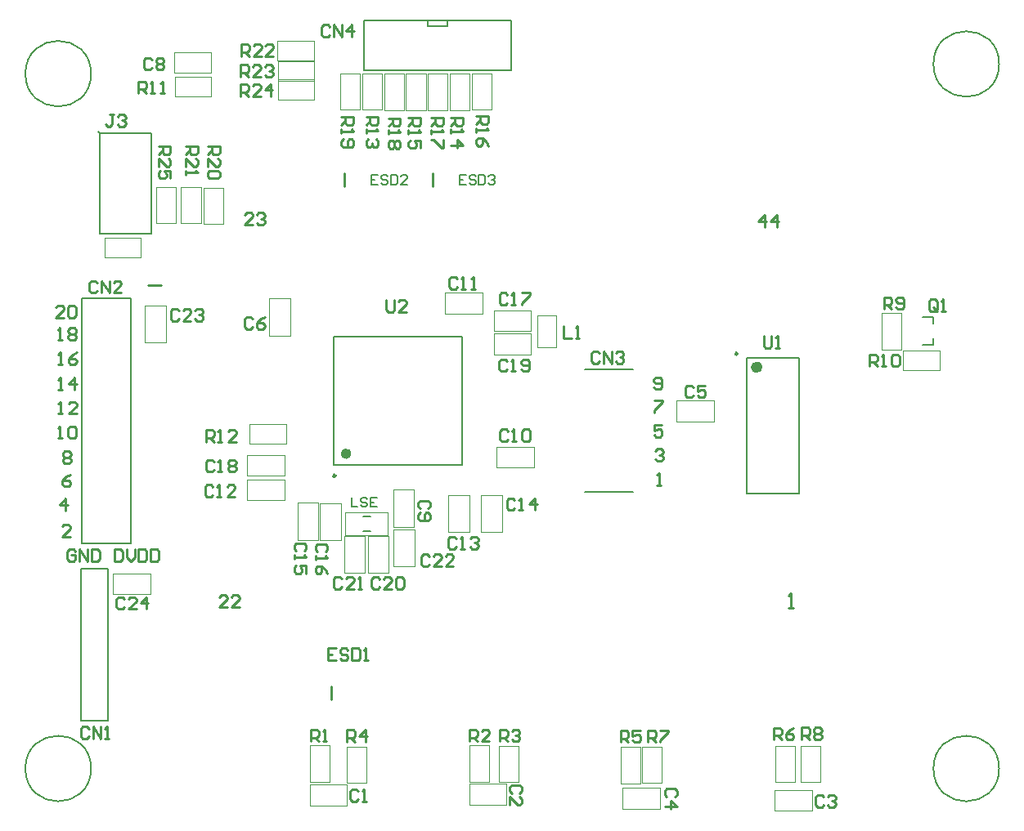
<source format=gto>
G04*
G04 #@! TF.GenerationSoftware,Altium Limited,Altium Designer,24.4.1 (13)*
G04*
G04 Layer_Color=65535*
%FSLAX44Y44*%
%MOMM*%
G71*
G04*
G04 #@! TF.SameCoordinates,FF2F9DB4-C514-40A0-8A38-6625478132A2*
G04*
G04*
G04 #@! TF.FilePolarity,Positive*
G04*
G01*
G75*
%ADD10C,0.2000*%
%ADD11C,0.6000*%
%ADD12C,0.3000*%
%ADD13C,0.2500*%
%ADD14C,0.0500*%
%ADD15C,0.2540*%
%ADD16C,0.1500*%
%ADD17C,0.1000*%
%ADD18C,0.1524*%
D10*
X94000Y780000D02*
G03*
X94000Y780000I-34000J0D01*
G01*
Y60000D02*
G03*
X94000Y60000I-34000J0D01*
G01*
X1034000Y790000D02*
G03*
X1034000Y790000I-34000J0D01*
G01*
Y60000D02*
G03*
X1034000Y60000I-34000J0D01*
G01*
X83530Y109360D02*
X111470D01*
X83530D02*
Y266840D01*
X111470Y109360D02*
Y266840D01*
X83530D02*
X111470D01*
X103030Y614080D02*
X156370D01*
X103030Y718220D02*
X156370D01*
Y614080D02*
Y718220D01*
X103030Y614080D02*
Y718220D01*
X103200Y718150D02*
X103450D01*
X101450Y719900D02*
X103200Y718150D01*
X528500Y783926D02*
Y834826D01*
X376350D02*
X528500D01*
X376350Y783926D02*
Y834826D01*
Y783926D02*
X528500D01*
X345500Y374776D02*
Y507776D01*
X478500D01*
Y374776D02*
Y507776D01*
X345500Y374776D02*
X478500D01*
X135400Y547000D02*
X135400Y293000D01*
X84600D02*
X135400D01*
X84600Y547000D02*
X135400D01*
X84600Y293000D02*
Y547000D01*
X773000Y344776D02*
X827000D01*
X773000Y485776D02*
X827000D01*
Y344776D02*
Y485776D01*
X773000Y344776D02*
Y485776D01*
X375250Y321276D02*
X383250D01*
X375250Y306276D02*
X383250D01*
X604850Y473776D02*
X655150D01*
X604850Y346776D02*
X655150D01*
X363421Y340998D02*
Y331002D01*
X370085D01*
X380082Y339332D02*
X378416Y340998D01*
X375084D01*
X373418Y339332D01*
Y337666D01*
X375084Y336000D01*
X378416D01*
X380082Y334334D01*
Y332668D01*
X378416Y331002D01*
X375084D01*
X373418Y332668D01*
X390079Y340998D02*
X383414D01*
Y331002D01*
X390079D01*
X383414Y336000D02*
X386747D01*
X482095Y675330D02*
X475431D01*
Y665334D01*
X482095D01*
X475431Y670332D02*
X478763D01*
X492092Y673664D02*
X490426Y675330D01*
X487094D01*
X485427Y673664D01*
Y671998D01*
X487094Y670332D01*
X490426D01*
X492092Y668666D01*
Y667000D01*
X490426Y665334D01*
X487094D01*
X485427Y667000D01*
X495424Y675330D02*
Y665334D01*
X500423D01*
X502089Y667000D01*
Y673664D01*
X500423Y675330D01*
X495424D01*
X505421Y673664D02*
X507087Y675330D01*
X510419D01*
X512085Y673664D01*
Y671998D01*
X510419Y670332D01*
X508753D01*
X510419D01*
X512085Y668666D01*
Y667000D01*
X510419Y665334D01*
X507087D01*
X505421Y667000D01*
X391085Y675202D02*
X384421D01*
Y665206D01*
X391085D01*
X384421Y670204D02*
X387753D01*
X401082Y673536D02*
X399416Y675202D01*
X396083D01*
X394417Y673536D01*
Y671870D01*
X396083Y670204D01*
X399416D01*
X401082Y668538D01*
Y666872D01*
X399416Y665206D01*
X396083D01*
X394417Y666872D01*
X404414Y675202D02*
Y665206D01*
X409412D01*
X411079Y666872D01*
Y673536D01*
X409412Y675202D01*
X404414D01*
X421075Y665206D02*
X414411D01*
X421075Y671870D01*
Y673536D01*
X419409Y675202D01*
X416077D01*
X414411Y673536D01*
D11*
X360500Y386276D02*
G03*
X360500Y386276I-2500J0D01*
G01*
X786000Y475776D02*
G03*
X786000Y475776I-3000J0D01*
G01*
D12*
X347000Y363276D02*
G03*
X347000Y363276I-1000J0D01*
G01*
D13*
X763250Y489776D02*
G03*
X763250Y489776I-1250J0D01*
G01*
X261331Y623500D02*
X253000D01*
X261331Y631831D01*
Y633913D01*
X259248Y635996D01*
X255083D01*
X253000Y633913D01*
X265496D02*
X267579Y635996D01*
X271744D01*
X273827Y633913D01*
Y631831D01*
X271744Y629748D01*
X269661D01*
X271744D01*
X273827Y627665D01*
Y625583D01*
X271744Y623500D01*
X267579D01*
X265496Y625583D01*
X791248Y620750D02*
Y633246D01*
X785000Y626998D01*
X793331D01*
X803744Y620750D02*
Y633246D01*
X797496Y626998D01*
X805827D01*
X235081Y227276D02*
X226750D01*
X235081Y235607D01*
Y237689D01*
X232998Y239772D01*
X228833D01*
X226750Y237689D01*
X247577Y227276D02*
X239246D01*
X247577Y235607D01*
Y237689D01*
X245494Y239772D01*
X241329D01*
X239246Y237689D01*
X677500Y441522D02*
X685831D01*
Y439439D01*
X677500Y431109D01*
Y429026D01*
X676500Y455109D02*
X678583Y453026D01*
X682748D01*
X684831Y455109D01*
Y463439D01*
X682748Y465522D01*
X678583D01*
X676500Y463439D01*
Y461357D01*
X678583Y459274D01*
X684831D01*
X678000Y389189D02*
X680083Y391272D01*
X684248D01*
X686331Y389189D01*
Y387107D01*
X684248Y385024D01*
X682165D01*
X684248D01*
X686331Y382941D01*
Y380859D01*
X684248Y378776D01*
X680083D01*
X678000Y380859D01*
X685081Y416022D02*
X676750D01*
Y409774D01*
X680915Y411857D01*
X682998D01*
X685081Y409774D01*
Y405609D01*
X682998Y403526D01*
X678833D01*
X676750Y405609D01*
X77831Y285189D02*
X75748Y287272D01*
X71583D01*
X69500Y285189D01*
Y276859D01*
X71583Y274776D01*
X75748D01*
X77831Y276859D01*
Y281024D01*
X73665D01*
X81996Y274776D02*
Y287272D01*
X90327Y274776D01*
Y287272D01*
X94492D02*
Y274776D01*
X100740D01*
X102823Y276859D01*
Y285189D01*
X100740Y287272D01*
X94492D01*
X118250D02*
Y274776D01*
X124498D01*
X126581Y276859D01*
Y285189D01*
X124498Y287272D01*
X118250D01*
X130746D02*
Y278941D01*
X134911Y274776D01*
X139077Y278941D01*
Y287272D01*
X143242D02*
Y274776D01*
X149490D01*
X151573Y276859D01*
Y285189D01*
X149490Y287272D01*
X143242D01*
X155738D02*
Y274776D01*
X161986D01*
X164069Y276859D01*
Y285189D01*
X161986Y287272D01*
X155738D01*
X72331Y300276D02*
X64000D01*
X72331Y308607D01*
Y310689D01*
X70248Y312772D01*
X66083D01*
X64000Y310689D01*
X64750Y386689D02*
X66833Y388772D01*
X70998D01*
X73081Y386689D01*
Y384607D01*
X70998Y382524D01*
X73081Y380441D01*
Y378359D01*
X70998Y376276D01*
X66833D01*
X64750Y378359D01*
Y380441D01*
X66833Y382524D01*
X64750Y384607D01*
Y386689D01*
X66833Y382524D02*
X70998D01*
X72581Y364772D02*
X68415Y362689D01*
X64250Y358524D01*
Y354359D01*
X66333Y352276D01*
X70498D01*
X72581Y354359D01*
Y356441D01*
X70498Y358524D01*
X64250D01*
X67748Y327026D02*
Y339522D01*
X61500Y333274D01*
X69831D01*
X60250Y452526D02*
X64415D01*
X62333D01*
Y465022D01*
X60250Y462939D01*
X76911Y452526D02*
Y465022D01*
X70663Y458774D01*
X78994D01*
X60250Y427526D02*
X64415D01*
X62333D01*
Y440022D01*
X60250Y437939D01*
X78994Y427526D02*
X70663D01*
X78994Y435857D01*
Y437939D01*
X76911Y440022D01*
X72746D01*
X70663Y437939D01*
X60250Y478776D02*
X64415D01*
X62333D01*
Y491272D01*
X60250Y489189D01*
X78994Y491272D02*
X74829Y489189D01*
X70663Y485024D01*
Y480859D01*
X72746Y478776D01*
X76911D01*
X78994Y480859D01*
Y482941D01*
X76911Y485024D01*
X70663D01*
X59750Y504026D02*
X63915D01*
X61833D01*
Y516522D01*
X59750Y514439D01*
X70163D02*
X72246Y516522D01*
X76411D01*
X78494Y514439D01*
Y512357D01*
X76411Y510274D01*
X78494Y508191D01*
Y506109D01*
X76411Y504026D01*
X72246D01*
X70163Y506109D01*
Y508191D01*
X72246Y510274D01*
X70163Y512357D01*
Y514439D01*
X72246Y510274D02*
X76411D01*
X65831Y527276D02*
X57500D01*
X65831Y535607D01*
Y537689D01*
X63748Y539772D01*
X59583D01*
X57500Y537689D01*
X69996D02*
X72079Y539772D01*
X76244D01*
X78327Y537689D01*
Y529359D01*
X76244Y527276D01*
X72079D01*
X69996Y529359D01*
Y537689D01*
X59750Y402276D02*
X63915D01*
X61833D01*
Y414772D01*
X59750Y412689D01*
X70163D02*
X72246Y414772D01*
X76411D01*
X78494Y412689D01*
Y404359D01*
X76411Y402276D01*
X72246D01*
X70163Y404359D01*
Y412689D01*
X679750Y353776D02*
X683915D01*
X681833D01*
Y366272D01*
X679750Y364189D01*
X249493Y798192D02*
Y810688D01*
X255741D01*
X257823Y808605D01*
Y804440D01*
X255741Y802357D01*
X249493D01*
X253658D02*
X257823Y798192D01*
X270319D02*
X261989D01*
X270319Y806523D01*
Y808605D01*
X268237Y810688D01*
X264071D01*
X261989Y808605D01*
X282815Y798192D02*
X274485D01*
X282815Y806523D01*
Y808605D01*
X280733Y810688D01*
X276567D01*
X274485Y808605D01*
X248839Y776602D02*
Y789098D01*
X255087D01*
X257169Y787015D01*
Y782850D01*
X255087Y780767D01*
X248839D01*
X253004D02*
X257169Y776602D01*
X269665D02*
X261335D01*
X269665Y784933D01*
Y787015D01*
X267583Y789098D01*
X263417D01*
X261335Y787015D01*
X273831D02*
X275913Y789098D01*
X280079D01*
X282161Y787015D01*
Y784933D01*
X280079Y782850D01*
X277996D01*
X280079D01*
X282161Y780767D01*
Y778685D01*
X280079Y776602D01*
X275913D01*
X273831Y778685D01*
X163752Y704661D02*
X176248D01*
Y698413D01*
X174165Y696331D01*
X170000D01*
X167917Y698413D01*
Y704661D01*
Y700496D02*
X163752Y696331D01*
Y683835D02*
Y692165D01*
X172083Y683835D01*
X174165D01*
X176248Y685917D01*
Y690083D01*
X174165Y692165D01*
X176248Y671339D02*
Y679669D01*
X170000D01*
X172083Y675504D01*
Y673421D01*
X170000Y671339D01*
X165835D01*
X163752Y673421D01*
Y677587D01*
X165835Y679669D01*
X191752Y704579D02*
X204248D01*
Y698331D01*
X202165Y696248D01*
X198000D01*
X195917Y698331D01*
Y704579D01*
Y700413D02*
X191752Y696248D01*
Y683752D02*
Y692083D01*
X200083Y683752D01*
X202165D01*
X204248Y685835D01*
Y690000D01*
X202165Y692083D01*
X191752Y679587D02*
Y675421D01*
Y677504D01*
X204248D01*
X202165Y679587D01*
X214752Y704661D02*
X227248D01*
Y698413D01*
X225165Y696331D01*
X221000D01*
X218917Y698413D01*
Y704661D01*
Y700496D02*
X214752Y696331D01*
Y683835D02*
Y692165D01*
X223083Y683835D01*
X225165D01*
X227248Y685917D01*
Y690083D01*
X225165Y692165D01*
Y679669D02*
X227248Y677587D01*
Y673421D01*
X225165Y671339D01*
X216835D01*
X214752Y673421D01*
Y677587D01*
X216835Y679669D01*
X225165D01*
X91752Y101415D02*
X89669Y103498D01*
X85504D01*
X83421Y101415D01*
Y93085D01*
X85504Y91002D01*
X89669D01*
X91752Y93085D01*
X95917Y91002D02*
Y103498D01*
X104248Y91002D01*
Y103498D01*
X108413Y91002D02*
X112579D01*
X110496D01*
Y103498D01*
X108413Y101415D01*
X156917Y794415D02*
X154835Y796498D01*
X150669D01*
X148587Y794415D01*
Y786085D01*
X150669Y784002D01*
X154835D01*
X156917Y786085D01*
X161083Y794415D02*
X163165Y796498D01*
X167331D01*
X169413Y794415D01*
Y792333D01*
X167331Y790250D01*
X169413Y788167D01*
Y786085D01*
X167331Y784002D01*
X163165D01*
X161083Y786085D01*
Y788167D01*
X163165Y790250D01*
X161083Y792333D01*
Y794415D01*
X163165Y790250D02*
X167331D01*
X117417Y737748D02*
X113252D01*
X115335D01*
Y727335D01*
X113252Y725252D01*
X111169D01*
X109087Y727335D01*
X121583Y735665D02*
X123665Y737748D01*
X127831D01*
X129913Y735665D01*
Y733583D01*
X127831Y731500D01*
X125748D01*
X127831D01*
X129913Y729417D01*
Y727335D01*
X127831Y725252D01*
X123665D01*
X121583Y727335D01*
X128419Y235665D02*
X126337Y237748D01*
X122171D01*
X120089Y235665D01*
Y227335D01*
X122171Y225252D01*
X126337D01*
X128419Y227335D01*
X140915Y225252D02*
X132585D01*
X140915Y233583D01*
Y235665D01*
X138833Y237748D01*
X134667D01*
X132585Y235665D01*
X151329Y225252D02*
Y237748D01*
X145081Y231500D01*
X153411D01*
X524711Y481941D02*
X522628Y484024D01*
X518463D01*
X516380Y481941D01*
Y473611D01*
X518463Y471528D01*
X522628D01*
X524711Y473611D01*
X528876Y471528D02*
X533041D01*
X530959D01*
Y484024D01*
X528876Y481941D01*
X539289Y473611D02*
X541372Y471528D01*
X545537D01*
X547620Y473611D01*
Y481941D01*
X545537Y484024D01*
X541372D01*
X539289Y481941D01*
Y479859D01*
X541372Y477776D01*
X547620D01*
X532711Y338191D02*
X530628Y340274D01*
X526463D01*
X524380Y338191D01*
Y329861D01*
X526463Y327778D01*
X530628D01*
X532711Y329861D01*
X536876Y327778D02*
X541041D01*
X538959D01*
Y340274D01*
X536876Y338191D01*
X553537Y327778D02*
Y340274D01*
X547289Y334026D01*
X555620D01*
X399587Y545774D02*
Y535361D01*
X401669Y533278D01*
X405835D01*
X407917Y535361D01*
Y545774D01*
X420413Y533278D02*
X412083D01*
X420413Y541609D01*
Y543691D01*
X418331Y545774D01*
X414165D01*
X412083Y543691D01*
X620281Y490343D02*
X618199Y492426D01*
X614033D01*
X611951Y490343D01*
Y482013D01*
X614033Y479930D01*
X618199D01*
X620281Y482013D01*
X624447Y479930D02*
Y492426D01*
X632777Y479930D01*
Y492426D01*
X636943Y490343D02*
X639025Y492426D01*
X643191D01*
X645273Y490343D01*
Y488261D01*
X643191Y486178D01*
X641108D01*
X643191D01*
X645273Y484095D01*
Y482013D01*
X643191Y479930D01*
X639025D01*
X636943Y482013D01*
X800587Y89778D02*
Y102274D01*
X806835D01*
X808917Y100191D01*
Y96026D01*
X806835Y93943D01*
X800587D01*
X804752D02*
X808917Y89778D01*
X821413Y102274D02*
X817248Y100191D01*
X813083Y96026D01*
Y91861D01*
X815165Y89778D01*
X819331D01*
X821413Y91861D01*
Y93943D01*
X819331Y96026D01*
X813083D01*
X184923Y534283D02*
X182841Y536366D01*
X178675D01*
X176593Y534283D01*
Y525953D01*
X178675Y523870D01*
X182841D01*
X184923Y525953D01*
X197419Y523870D02*
X189089D01*
X197419Y532201D01*
Y534283D01*
X195337Y536366D01*
X191171D01*
X189089Y534283D01*
X201585D02*
X203667Y536366D01*
X207833D01*
X209915Y534283D01*
Y532201D01*
X207833Y530118D01*
X205750D01*
X207833D01*
X209915Y528035D01*
Y525953D01*
X207833Y523870D01*
X203667D01*
X201585Y525953D01*
X100419Y563415D02*
X98337Y565498D01*
X94171D01*
X92089Y563415D01*
Y555085D01*
X94171Y553002D01*
X98337D01*
X100419Y555085D01*
X104585Y553002D02*
Y565498D01*
X112915Y553002D01*
Y565498D01*
X125411Y553002D02*
X117081D01*
X125411Y561333D01*
Y563415D01*
X123329Y565498D01*
X119163D01*
X117081Y563415D01*
X142963Y759502D02*
Y771998D01*
X149211D01*
X151293Y769915D01*
Y765750D01*
X149211Y763667D01*
X142963D01*
X147128D02*
X151293Y759502D01*
X155459D02*
X159624D01*
X157541D01*
Y771998D01*
X155459Y769915D01*
X165872Y759502D02*
X170037D01*
X167955D01*
Y771998D01*
X165872Y769915D01*
X525565Y409571D02*
X523482Y411654D01*
X519317D01*
X517234Y409571D01*
Y401241D01*
X519317Y399158D01*
X523482D01*
X525565Y401241D01*
X529730Y399158D02*
X533895D01*
X531813D01*
Y411654D01*
X529730Y409571D01*
X540143D02*
X542226Y411654D01*
X546391D01*
X548474Y409571D01*
Y401241D01*
X546391Y399158D01*
X542226D01*
X540143Y401241D01*
Y409571D01*
X248731Y756790D02*
Y769286D01*
X254979D01*
X257061Y767203D01*
Y763038D01*
X254979Y760955D01*
X248731D01*
X252896D02*
X257061Y756790D01*
X269557D02*
X261227D01*
X269557Y765121D01*
Y767203D01*
X267475Y769286D01*
X263309D01*
X261227Y767203D01*
X279971Y756790D02*
Y769286D01*
X273723Y763038D01*
X282053D01*
X353007Y734896D02*
X365503D01*
Y728648D01*
X363420Y726565D01*
X359255D01*
X357172Y728648D01*
Y734896D01*
Y730731D02*
X353007Y726565D01*
Y722400D02*
Y718235D01*
Y720317D01*
X365503D01*
X363420Y722400D01*
X355090Y711987D02*
X353007Y709904D01*
Y705739D01*
X355090Y703656D01*
X363420D01*
X365503Y705739D01*
Y709904D01*
X363420Y711987D01*
X361338D01*
X359255Y709904D01*
Y703656D01*
X446252Y734376D02*
X458748D01*
Y728128D01*
X456665Y726045D01*
X452500D01*
X450417Y728128D01*
Y734376D01*
Y730211D02*
X446252Y726045D01*
Y721880D02*
Y717715D01*
Y719797D01*
X458748D01*
X456665Y721880D01*
X458748Y711467D02*
Y703136D01*
X456665D01*
X448335Y711467D01*
X446252D01*
X422476Y733994D02*
X434972D01*
Y727746D01*
X432889Y725664D01*
X428724D01*
X426641Y727746D01*
Y733994D01*
Y729829D02*
X422476Y725664D01*
Y721498D02*
Y717333D01*
Y719416D01*
X434972D01*
X432889Y721498D01*
X434972Y702754D02*
Y711085D01*
X428724D01*
X430807Y706920D01*
Y704837D01*
X428724Y702754D01*
X424559D01*
X422476Y704837D01*
Y709002D01*
X424559Y711085D01*
X492752Y736146D02*
X505248D01*
Y729898D01*
X503165Y727815D01*
X499000D01*
X496917Y729898D01*
Y736146D01*
Y731981D02*
X492752Y727815D01*
Y723650D02*
Y719485D01*
Y721567D01*
X505248D01*
X503165Y723650D01*
X505248Y704906D02*
X503165Y709071D01*
X499000Y713237D01*
X494835D01*
X492752Y711154D01*
Y706989D01*
X494835Y704906D01*
X496917D01*
X499000Y706989D01*
Y713237D01*
X401628Y733896D02*
X414124D01*
Y727648D01*
X412041Y725565D01*
X407876D01*
X405793Y727648D01*
Y733896D01*
Y729731D02*
X401628Y725565D01*
Y721400D02*
Y717235D01*
Y719317D01*
X414124D01*
X412041Y721400D01*
Y710987D02*
X414124Y708904D01*
Y704739D01*
X412041Y702656D01*
X409959D01*
X407876Y704739D01*
X405793Y702656D01*
X403711D01*
X401628Y704739D01*
Y708904D01*
X403711Y710987D01*
X405793D01*
X407876Y708904D01*
X409959Y710987D01*
X412041D01*
X407876Y708904D02*
Y704739D01*
X466566Y734646D02*
X479062D01*
Y728398D01*
X476979Y726315D01*
X472814D01*
X470731Y728398D01*
Y734646D01*
Y730481D02*
X466566Y726315D01*
Y722150D02*
Y717985D01*
Y720067D01*
X479062D01*
X476979Y722150D01*
X466566Y705489D02*
X479062D01*
X472814Y711737D01*
Y703406D01*
X378635Y735146D02*
X391131D01*
Y728898D01*
X389049Y726815D01*
X384883D01*
X382801Y728898D01*
Y735146D01*
Y730981D02*
X378635Y726815D01*
Y722650D02*
Y718485D01*
Y720567D01*
X391131D01*
X389049Y722650D01*
Y712237D02*
X391131Y710154D01*
Y705989D01*
X389049Y703906D01*
X386966D01*
X384883Y705989D01*
Y708071D01*
Y705989D01*
X382801Y703906D01*
X380718D01*
X378635Y705989D01*
Y710154D01*
X380718Y712237D01*
X212880Y398528D02*
Y411024D01*
X219128D01*
X221211Y408941D01*
Y404776D01*
X219128Y402693D01*
X212880D01*
X217045D02*
X221211Y398528D01*
X225376D02*
X229541D01*
X227459D01*
Y411024D01*
X225376Y408941D01*
X244120Y398528D02*
X235789D01*
X244120Y406859D01*
Y408941D01*
X242037Y411024D01*
X237872D01*
X235789Y408941D01*
X899630Y476778D02*
Y489274D01*
X905878D01*
X907961Y487191D01*
Y483026D01*
X905878Y480943D01*
X899630D01*
X903795D02*
X907961Y476778D01*
X912126D02*
X916291D01*
X914209D01*
Y489274D01*
X912126Y487191D01*
X922539D02*
X924622Y489274D01*
X928787D01*
X930870Y487191D01*
Y478861D01*
X928787Y476778D01*
X924622D01*
X922539Y478861D01*
Y487191D01*
X914587Y536028D02*
Y548524D01*
X920835D01*
X922917Y546441D01*
Y542276D01*
X920835Y540193D01*
X914587D01*
X918752D02*
X922917Y536028D01*
X927083Y538111D02*
X929165Y536028D01*
X933331D01*
X935413Y538111D01*
Y546441D01*
X933331Y548524D01*
X929165D01*
X927083Y546441D01*
Y544359D01*
X929165Y542276D01*
X935413D01*
X829587Y90028D02*
Y102524D01*
X835835D01*
X837917Y100441D01*
Y96276D01*
X835835Y94193D01*
X829587D01*
X833752D02*
X837917Y90028D01*
X842083Y100441D02*
X844165Y102524D01*
X848331D01*
X850413Y100441D01*
Y98359D01*
X848331Y96276D01*
X850413Y94193D01*
Y92111D01*
X848331Y90028D01*
X844165D01*
X842083Y92111D01*
Y94193D01*
X844165Y96276D01*
X842083Y98359D01*
Y100441D01*
X844165Y96276D02*
X848331D01*
X670523Y87246D02*
Y99742D01*
X676771D01*
X678853Y97659D01*
Y93494D01*
X676771Y91411D01*
X670523D01*
X674688D02*
X678853Y87246D01*
X683019Y99742D02*
X691349D01*
Y97659D01*
X683019Y89329D01*
Y87246D01*
X642051Y87150D02*
Y99646D01*
X648299D01*
X650381Y97563D01*
Y93398D01*
X648299Y91315D01*
X642051D01*
X646216D02*
X650381Y87150D01*
X662877Y99646D02*
X654547D01*
Y93398D01*
X658712Y95480D01*
X660795D01*
X662877Y93398D01*
Y89232D01*
X660795Y87150D01*
X656629D01*
X654547Y89232D01*
X359119Y87500D02*
Y99996D01*
X365367D01*
X367449Y97913D01*
Y93748D01*
X365367Y91665D01*
X359119D01*
X363284D02*
X367449Y87500D01*
X377863D02*
Y99996D01*
X371615Y93748D01*
X379945D01*
X516853Y88008D02*
Y100504D01*
X523101D01*
X525183Y98421D01*
Y94256D01*
X523101Y92173D01*
X516853D01*
X521018D02*
X525183Y88008D01*
X529349Y98421D02*
X531431Y100504D01*
X535597D01*
X537679Y98421D01*
Y96339D01*
X535597Y94256D01*
X533514D01*
X535597D01*
X537679Y92173D01*
Y90091D01*
X535597Y88008D01*
X531431D01*
X529349Y90091D01*
X485611Y88008D02*
Y100504D01*
X491859D01*
X493941Y98421D01*
Y94256D01*
X491859Y92173D01*
X485611D01*
X489776D02*
X493941Y88008D01*
X506437D02*
X498107D01*
X506437Y96339D01*
Y98421D01*
X504355Y100504D01*
X500189D01*
X498107Y98421D01*
X321323Y88008D02*
Y100504D01*
X327571D01*
X329654Y98421D01*
Y94256D01*
X327571Y92173D01*
X321323D01*
X325489D02*
X329654Y88008D01*
X333819D02*
X337985D01*
X335902D01*
Y100504D01*
X333819Y98421D01*
X969750Y535861D02*
Y544191D01*
X967667Y546274D01*
X963502D01*
X961419Y544191D01*
Y535861D01*
X963502Y533778D01*
X967667D01*
X965585Y537943D02*
X969750Y533778D01*
X967667D02*
X969750Y535861D01*
X973915Y533778D02*
X978081D01*
X975998D01*
Y546274D01*
X973915Y544191D01*
X790169Y508524D02*
Y498111D01*
X792252Y496028D01*
X796417D01*
X798500Y498111D01*
Y508524D01*
X802665Y496028D02*
X806831D01*
X804748D01*
Y508524D01*
X802665Y506441D01*
X582943Y518588D02*
Y506092D01*
X591274D01*
X595439D02*
X599605D01*
X597522D01*
Y518588D01*
X595439Y516505D01*
X341169Y828665D02*
X339087Y830748D01*
X334921D01*
X332839Y828665D01*
Y820335D01*
X334921Y818252D01*
X339087D01*
X341169Y820335D01*
X345335Y818252D02*
Y830748D01*
X353665Y818252D01*
Y830748D01*
X364079Y818252D02*
Y830748D01*
X357831Y824500D01*
X366161D01*
X347384Y184578D02*
X339053D01*
Y172082D01*
X347384D01*
X339053Y178330D02*
X343219D01*
X359880Y182495D02*
X357797Y184578D01*
X353632D01*
X351549Y182495D01*
Y180413D01*
X353632Y178330D01*
X357797D01*
X359880Y176247D01*
Y174165D01*
X357797Y172082D01*
X353632D01*
X351549Y174165D01*
X364045Y184578D02*
Y172082D01*
X370293D01*
X372376Y174165D01*
Y182495D01*
X370293Y184578D01*
X364045D01*
X376541Y172082D02*
X380707D01*
X378624D01*
Y184578D01*
X376541Y182495D01*
X444169Y279941D02*
X442087Y282024D01*
X437921D01*
X435839Y279941D01*
Y271611D01*
X437921Y269528D01*
X442087D01*
X444169Y271611D01*
X456665Y269528D02*
X448335D01*
X456665Y277859D01*
Y279941D01*
X454583Y282024D01*
X450417D01*
X448335Y279941D01*
X469161Y269528D02*
X460831D01*
X469161Y277859D01*
Y279941D01*
X467079Y282024D01*
X462913D01*
X460831Y279941D01*
X353502Y256691D02*
X351419Y258774D01*
X347254D01*
X345171Y256691D01*
Y248361D01*
X347254Y246278D01*
X351419D01*
X353502Y248361D01*
X365998Y246278D02*
X357667D01*
X365998Y254609D01*
Y256691D01*
X363915Y258774D01*
X359750D01*
X357667Y256691D01*
X370163Y246278D02*
X374329D01*
X372246D01*
Y258774D01*
X370163Y256691D01*
X392669Y256441D02*
X390587Y258524D01*
X386421D01*
X384339Y256441D01*
Y248111D01*
X386421Y246028D01*
X390587D01*
X392669Y248111D01*
X405165Y246028D02*
X396835D01*
X405165Y254359D01*
Y256441D01*
X403083Y258524D01*
X398917D01*
X396835Y256441D01*
X409331D02*
X411413Y258524D01*
X415579D01*
X417661Y256441D01*
Y248111D01*
X415579Y246028D01*
X411413D01*
X409331Y248111D01*
Y256441D01*
X221211Y377941D02*
X219128Y380024D01*
X214963D01*
X212880Y377941D01*
Y369611D01*
X214963Y367528D01*
X219128D01*
X221211Y369611D01*
X225376Y367528D02*
X229541D01*
X227459D01*
Y380024D01*
X225376Y377941D01*
X235789D02*
X237872Y380024D01*
X242037D01*
X244120Y377941D01*
Y375859D01*
X242037Y373776D01*
X244120Y371693D01*
Y369611D01*
X242037Y367528D01*
X237872D01*
X235789Y369611D01*
Y371693D01*
X237872Y373776D01*
X235789Y375859D01*
Y377941D01*
X237872Y373776D02*
X242037D01*
X525057Y550795D02*
X522974Y552878D01*
X518809D01*
X516726Y550795D01*
Y542465D01*
X518809Y540382D01*
X522974D01*
X525057Y542465D01*
X529222Y540382D02*
X533387D01*
X531305D01*
Y552878D01*
X529222Y550795D01*
X539635Y552878D02*
X547966D01*
Y550795D01*
X539635Y542465D01*
Y540382D01*
X336665Y284539D02*
X338748Y286622D01*
Y290787D01*
X336665Y292870D01*
X328335D01*
X326252Y290787D01*
Y286622D01*
X328335Y284539D01*
X326252Y280374D02*
Y276209D01*
Y278291D01*
X338748D01*
X336665Y280374D01*
X338748Y261630D02*
X336665Y265795D01*
X332500Y269961D01*
X328335D01*
X326252Y267878D01*
Y263713D01*
X328335Y261630D01*
X330417D01*
X332500Y263713D01*
Y269961D01*
X314665Y285289D02*
X316748Y287372D01*
Y291537D01*
X314665Y293620D01*
X306335D01*
X304252Y291537D01*
Y287372D01*
X306335Y285289D01*
X304252Y281124D02*
Y276959D01*
Y279041D01*
X316748D01*
X314665Y281124D01*
X316748Y262380D02*
Y270711D01*
X310500D01*
X312583Y266545D01*
Y264463D01*
X310500Y262380D01*
X306335D01*
X304252Y264463D01*
Y268628D01*
X306335Y270711D01*
X471961Y298191D02*
X469878Y300274D01*
X465713D01*
X463630Y298191D01*
Y289861D01*
X465713Y287778D01*
X469878D01*
X471961Y289861D01*
X476126Y287778D02*
X480291D01*
X478209D01*
Y300274D01*
X476126Y298191D01*
X486539D02*
X488622Y300274D01*
X492787D01*
X494870Y298191D01*
Y296109D01*
X492787Y294026D01*
X490705D01*
X492787D01*
X494870Y291943D01*
Y289861D01*
X492787Y287778D01*
X488622D01*
X486539Y289861D01*
X220211Y351915D02*
X218128Y353998D01*
X213963D01*
X211880Y351915D01*
Y343585D01*
X213963Y341502D01*
X218128D01*
X220211Y343585D01*
X224376Y341502D02*
X228541D01*
X226459D01*
Y353998D01*
X224376Y351915D01*
X243120Y341502D02*
X234789D01*
X243120Y349833D01*
Y351915D01*
X241037Y353998D01*
X236872D01*
X234789Y351915D01*
X473037Y567305D02*
X470955Y569388D01*
X466789D01*
X464707Y567305D01*
Y558975D01*
X466789Y556892D01*
X470955D01*
X473037Y558975D01*
X477203Y556892D02*
X481368D01*
X479285D01*
Y569388D01*
X477203Y567305D01*
X487616Y556892D02*
X491781D01*
X489699D01*
Y569388D01*
X487616Y567305D01*
X442915Y329333D02*
X444998Y331415D01*
Y335581D01*
X442915Y337663D01*
X434585D01*
X432502Y335581D01*
Y331415D01*
X434585Y329333D01*
Y325167D02*
X432502Y323085D01*
Y318919D01*
X434585Y316837D01*
X442915D01*
X444998Y318919D01*
Y323085D01*
X442915Y325167D01*
X440833D01*
X438750Y323085D01*
Y316837D01*
X261277Y525903D02*
X259195Y527986D01*
X255029D01*
X252947Y525903D01*
Y517573D01*
X255029Y515490D01*
X259195D01*
X261277Y517573D01*
X273773Y527986D02*
X269608Y525903D01*
X265443Y521738D01*
Y517573D01*
X267525Y515490D01*
X271691D01*
X273773Y517573D01*
Y519655D01*
X271691Y521738D01*
X265443D01*
X717417Y454941D02*
X715335Y457024D01*
X711169D01*
X709087Y454941D01*
Y446611D01*
X711169Y444528D01*
X715335D01*
X717417Y446611D01*
X729913Y457024D02*
X721583D01*
Y450776D01*
X725748Y452859D01*
X727831D01*
X729913Y450776D01*
Y446611D01*
X727831Y444528D01*
X723665D01*
X721583Y446611D01*
X698309Y30807D02*
X700392Y32889D01*
Y37055D01*
X698309Y39137D01*
X689979D01*
X687896Y37055D01*
Y32889D01*
X689979Y30807D01*
X687896Y20393D02*
X700392D01*
X694144Y26641D01*
Y18311D01*
X852417Y30441D02*
X850335Y32524D01*
X846169D01*
X844087Y30441D01*
Y22111D01*
X846169Y20028D01*
X850335D01*
X852417Y22111D01*
X856583Y30441D02*
X858665Y32524D01*
X862831D01*
X864913Y30441D01*
Y28359D01*
X862831Y26276D01*
X860748D01*
X862831D01*
X864913Y24193D01*
Y22111D01*
X862831Y20028D01*
X858665D01*
X856583Y22111D01*
X537665Y34609D02*
X539748Y36691D01*
Y40857D01*
X537665Y42939D01*
X529335D01*
X527252Y40857D01*
Y36691D01*
X529335Y34609D01*
X527252Y22113D02*
Y30443D01*
X535583Y22113D01*
X537665D01*
X539748Y24195D01*
Y28361D01*
X537665Y30443D01*
X370500Y36441D02*
X368417Y38524D01*
X364252D01*
X362169Y36441D01*
Y28111D01*
X364252Y26028D01*
X368417D01*
X370500Y28111D01*
X374665Y26028D02*
X378831D01*
X376748D01*
Y38524D01*
X374665Y36441D01*
D14*
X207750Y625020D02*
Y662520D01*
X187250D02*
X207750D01*
X187250Y625020D02*
X207750D01*
X187250D02*
Y662520D01*
X107730Y610000D02*
X145230D01*
X107730Y589500D02*
Y610000D01*
X145230Y589500D02*
Y610000D01*
X107730Y589500D02*
X145230D01*
X331000Y296500D02*
X352500D01*
Y335000D01*
X331000Y296500D02*
Y335000D01*
X352500D01*
X180000Y781000D02*
Y802500D01*
Y781000D02*
X218500D01*
X180000Y802500D02*
X218500D01*
Y781000D02*
Y802500D01*
X286980Y814276D02*
X324480D01*
X286980Y793776D02*
Y814276D01*
X324480Y793776D02*
Y814276D01*
X286980Y793776D02*
X324480D01*
X287250Y792766D02*
X324750D01*
X287250Y772266D02*
Y792766D01*
X324750Y772266D02*
Y792766D01*
X287250Y772266D02*
X324750D01*
X210750Y624500D02*
Y662000D01*
Y624500D02*
X231250D01*
X210750Y662000D02*
X231250D01*
Y624500D02*
Y662000D01*
X161250Y625270D02*
Y662770D01*
Y625270D02*
X181750D01*
X161250Y662770D02*
X181750D01*
Y625270D02*
Y662770D01*
X155480Y240750D02*
Y262250D01*
X116980D02*
X155480D01*
X116980Y240750D02*
X155480D01*
X116980D02*
Y262250D01*
X485750Y742276D02*
Y779776D01*
X465250D02*
X485750D01*
X465250Y742276D02*
X485750D01*
X465250D02*
Y779776D01*
X287750Y753310D02*
X325250D01*
Y773810D01*
X287750Y753310D02*
Y773810D01*
X325250D01*
X352000Y742526D02*
Y780026D01*
Y742526D02*
X372500D01*
X352000Y780026D02*
X372500D01*
Y742526D02*
Y780026D01*
X442750Y742256D02*
Y779756D01*
Y742256D02*
X463250D01*
X442750Y779756D02*
X463250D01*
Y742256D02*
Y779756D01*
X420000Y742256D02*
Y779756D01*
Y742256D02*
X440500D01*
X420000Y779756D02*
X440500D01*
Y742256D02*
Y779756D01*
X488250Y742526D02*
Y780026D01*
Y742526D02*
X508750D01*
X488250Y780026D02*
X508750D01*
Y742526D02*
Y780026D01*
X397750Y742276D02*
Y779776D01*
Y742276D02*
X418250D01*
X397750Y779776D02*
X418250D01*
Y742276D02*
Y779776D01*
X374750Y742526D02*
Y780026D01*
Y742526D02*
X395250D01*
X374750Y780026D02*
X395250D01*
Y742526D02*
Y780026D01*
X258326Y396172D02*
X295826D01*
Y416672D01*
X258326Y396172D02*
Y416672D01*
X295826D01*
X180980Y756500D02*
X218480D01*
Y777000D01*
X180980Y756500D02*
Y777000D01*
X218480D01*
X934750Y473026D02*
X972250D01*
Y493526D01*
X934750Y473026D02*
Y493526D01*
X972250D01*
X912500Y494296D02*
Y531796D01*
Y494296D02*
X933000D01*
X912500Y531796D02*
X933000D01*
Y494296D02*
Y531796D01*
X849000Y45796D02*
Y83296D01*
X828500D02*
X849000D01*
X828500Y45796D02*
X849000D01*
X828500D02*
Y83296D01*
X684500Y45046D02*
Y82546D01*
X664000D02*
X684500D01*
X664000Y45046D02*
X684500D01*
X664000D02*
Y82546D01*
X802000Y45796D02*
Y83296D01*
Y45796D02*
X822500D01*
X802000Y83296D02*
X822500D01*
Y45796D02*
Y83296D01*
X642000Y44796D02*
Y82296D01*
Y44796D02*
X662500D01*
X642000Y82296D02*
X662500D01*
Y44796D02*
Y82296D01*
X379250Y45026D02*
Y82526D01*
X358750D02*
X379250D01*
X358750Y45026D02*
X379250D01*
X358750D02*
Y82526D01*
X536500Y46026D02*
Y83526D01*
X516000D02*
X536500D01*
X516000Y46026D02*
X536500D01*
X516000D02*
Y83526D01*
X485500Y46296D02*
Y83796D01*
Y46296D02*
X506000D01*
X485500Y83796D02*
X506000D01*
Y46296D02*
Y83796D01*
X320721Y46264D02*
Y83764D01*
Y46264D02*
X341221D01*
X320721Y83764D02*
X341221D01*
Y46264D02*
Y83764D01*
X149994Y540098D02*
X171494D01*
X149994Y501598D02*
Y540098D01*
X171494Y501598D02*
Y540098D01*
X149994Y501598D02*
X171494D01*
X407296Y269190D02*
X428796D01*
Y307690D01*
X407296Y269190D02*
Y307690D01*
X428796D01*
X356000Y301026D02*
X377500D01*
X356000Y262526D02*
Y301026D01*
X377500Y262526D02*
Y301026D01*
X356000Y262526D02*
X377500D01*
X380750Y301026D02*
X402250D01*
X380750Y262526D02*
Y301026D01*
X402250Y262526D02*
Y301026D01*
X380750Y262526D02*
X402250D01*
X511020Y489276D02*
Y510776D01*
Y489276D02*
X549520D01*
X511020Y510776D02*
X549520D01*
Y489276D02*
Y510776D01*
X294000Y363276D02*
Y384776D01*
X255500D02*
X294000D01*
X255500Y363276D02*
X294000D01*
X255500D02*
Y384776D01*
X510818Y513488D02*
Y534988D01*
Y513488D02*
X549318D01*
X510818Y534988D02*
X549318D01*
Y513488D02*
Y534988D01*
X307750Y335270D02*
X329250D01*
X307750Y296770D02*
Y335270D01*
X329250Y296770D02*
Y335270D01*
X307750Y296770D02*
X329250D01*
X497750Y343276D02*
X519250D01*
X497750Y304776D02*
Y343276D01*
X519250Y304776D02*
Y343276D01*
X497750Y304776D02*
X519250D01*
X464000Y343546D02*
X485500D01*
X464000Y305046D02*
Y343546D01*
X485500Y305046D02*
Y343546D01*
X464000Y305046D02*
X485500D01*
X294000Y337776D02*
Y359276D01*
X255500D02*
X294000D01*
X255500Y337776D02*
X294000D01*
X255500D02*
Y359276D01*
X460750Y531526D02*
Y553026D01*
Y531526D02*
X499250D01*
X460750Y553026D02*
X499250D01*
Y531526D02*
Y553026D01*
X513730Y372026D02*
Y393526D01*
Y372026D02*
X552230D01*
X513730Y393526D02*
X552230D01*
Y372026D02*
Y393526D01*
X407000Y349026D02*
X428500D01*
X407000Y310526D02*
Y349026D01*
X428500Y310526D02*
Y349026D01*
X407000Y310526D02*
X428500D01*
X278500Y508756D02*
X300000D01*
Y547256D01*
X278500Y508756D02*
Y547256D01*
X300000D01*
X738480Y419776D02*
Y441276D01*
X699980D02*
X738480D01*
X699980Y419776D02*
X738480D01*
X699980D02*
Y441276D01*
X644250Y18276D02*
Y39776D01*
Y18276D02*
X682750D01*
X644250Y39776D02*
X682750D01*
Y18276D02*
Y39776D01*
X801750Y16026D02*
Y37526D01*
Y16026D02*
X840250D01*
X801750Y37526D02*
X840250D01*
Y16026D02*
Y37526D01*
X485500Y22776D02*
Y44276D01*
Y22776D02*
X524000D01*
X485500Y44276D02*
X524000D01*
Y22776D02*
Y44276D01*
X320502Y21676D02*
Y43176D01*
Y21676D02*
X359002D01*
X320502Y43176D02*
X359002D01*
Y21676D02*
Y43176D01*
D15*
X153000Y561000D02*
X166500D01*
X447500Y663526D02*
Y677026D01*
X356250Y663276D02*
Y676776D01*
X342750Y131526D02*
Y145026D01*
X816040Y226316D02*
X821118D01*
X818579D01*
Y241551D01*
X816040Y239012D01*
D16*
X442550Y829426D02*
Y834826D01*
X462550Y829426D02*
Y834826D01*
X442550Y829426D02*
X462550D01*
X966000Y520776D02*
Y527776D01*
X955000D02*
X966000D01*
Y498776D02*
Y505776D01*
D17*
X401348Y313776D02*
Y325714D01*
Y301838D02*
Y313776D01*
X357406Y301838D02*
X401250D01*
X357406D02*
Y325714D01*
X401250D01*
X555620Y529456D02*
X575620D01*
Y496456D02*
Y529456D01*
X555620Y496456D02*
Y529456D01*
Y496456D02*
X575620D01*
D18*
X955000Y498776D02*
X966000D01*
M02*

</source>
